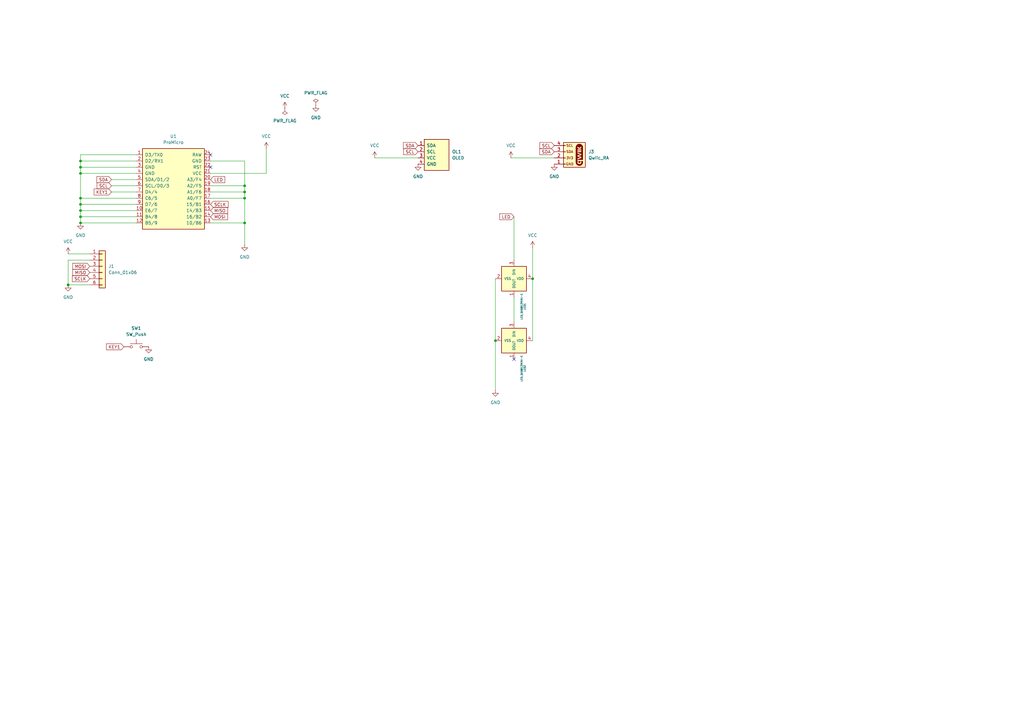
<source format=kicad_sch>
(kicad_sch (version 20250114) (generator "eeschema") (generator_version "9.0")
  (paper "A3")
  (lib_symbols
    (symbol "BrownSugar_KBD:OLED" (pin_names (offset 1.016))
      (property "Reference" "OL" (at 0 7.62 0))
      (property "Value" "OLED" (at 0 -7.62 0))
      (symbol "OLED_0_1"
        (rectangle (start -5.08 6.35) (end 5.08 -6.35) (stroke (width 0.254)) (fill (type background)))
      )
      (symbol "OLED_1_1"
        (pin bidirectional line (at -7.62 3.81 0) (length 2.54) (name "SDA") (number "1"))
        (pin bidirectional line (at -7.62 1.27 0) (length 2.54) (name "SCL") (number "2"))
        (pin power_in line (at -7.62 -1.27 0) (length 2.54) (name "VCC") (number "3"))
        (pin power_in line (at -7.62 -3.81 0) (length 2.54) (name "GND") (number "4"))
      )
    )
    (symbol "BrownSugar_KBD:ProMicro" (pin_names (offset 1.016))
      (property "Reference" "U" (at 0 17.78 0))
      (property "Value" "ProMicro" (at 0 -17.78 0))
      (symbol "ProMicro_0_1"
        (rectangle (start -12.7 16.51) (end 12.7 -16.51) (stroke (width 0.254)) (fill (type background)))
      )
      (symbol "ProMicro_1_1"
        (pin bidirectional line (at -15.24 13.97 0) (length 2.54) (name "D3/TX0") (number "1"))
        (pin bidirectional line (at -15.24 11.43 0) (length 2.54) (name "D2/RX1") (number "2"))
        (pin power_in line (at -15.24 8.89 0) (length 2.54) (name "GND") (number "3"))
        (pin power_in line (at -15.24 6.35 0) (length 2.54) (name "GND") (number "4"))
        (pin bidirectional line (at -15.24 3.81 0) (length 2.54) (name "SDA/D1/2") (number "5"))
        (pin bidirectional line (at -15.24 1.27 0) (length 2.54) (name "SCL/D0/3") (number "6"))
        (pin bidirectional line (at -15.24 -1.27 0) (length 2.54) (name "D4/4") (number "7"))
        (pin bidirectional line (at -15.24 -3.81 0) (length 2.54) (name "C6/5") (number "8"))
        (pin bidirectional line (at -15.24 -6.35 0) (length 2.54) (name "D7/6") (number "9"))
        (pin bidirectional line (at -15.24 -8.89 0) (length 2.54) (name "E6/7") (number "10"))
        (pin bidirectional line (at -15.24 -11.43 0) (length 2.54) (name "B4/8") (number "11"))
        (pin bidirectional line (at -15.24 -13.97 0) (length 2.54) (name "B5/9") (number "12"))
        (pin power_in line (at 15.24 13.97 180) (length 2.54) (name "RAW") (number "24"))
        (pin power_in line (at 15.24 11.43 180) (length 2.54) (name "GND") (number "23"))
        (pin input line (at 15.24 8.89 180) (length 2.54) (name "RST") (number "22"))
        (pin power_in line (at 15.24 6.35 180) (length 2.54) (name "VCC") (number "21"))
        (pin bidirectional line (at 15.24 3.81 180) (length 2.54) (name "A3/F4") (number "20"))
        (pin bidirectional line (at 15.24 1.27 180) (length 2.54) (name "A2/F5") (number "19"))
        (pin bidirectional line (at 15.24 -1.27 180) (length 2.54) (name "A1/F6") (number "18"))
        (pin bidirectional line (at 15.24 -3.81 180) (length 2.54) (name "A0/F7") (number "17"))
        (pin bidirectional line (at 15.24 -6.35 180) (length 2.54) (name "15/B1") (number "16"))
        (pin bidirectional line (at 15.24 -8.89 180) (length 2.54) (name "14/B3") (number "15"))
        (pin bidirectional line (at 15.24 -11.43 180) (length 2.54) (name "16/B2") (number "14"))
        (pin bidirectional line (at 15.24 -13.97 180) (length 2.54) (name "10/B6") (number "13"))
      )
    )
    (symbol "Connector_Generic:Conn_01x06" (pin_names (offset 1.016) (hide yes))
      (property "Reference" "J" (at 0 7.62 0))
      (property "Value" "Conn_01x06" (at 0 -10.16 0))
      (symbol "Conn_01x06_1_1"
        (rectangle (start -1.27 6.35) (end 1.27 -8.89) (stroke (width 0.254)) (fill (type background)))
        (rectangle (start -1.27 5.207) (end 0 4.953) (stroke (width 0.1524)))
        (rectangle (start -1.27 2.667) (end 0 2.413) (stroke (width 0.1524)))
        (rectangle (start -1.27 0.127) (end 0 -0.127) (stroke (width 0.1524)))
        (rectangle (start -1.27 -2.413) (end 0 -2.667) (stroke (width 0.1524)))
        (rectangle (start -1.27 -4.953) (end 0 -5.207) (stroke (width 0.1524)))
        (rectangle (start -1.27 -7.493) (end 0 -7.747) (stroke (width 0.1524)))
        (pin passive line (at -5.08 5.08 0) (length 3.81) (name "Pin_1") (number "1"))
        (pin passive line (at -5.08 2.54 0) (length 3.81) (name "Pin_2") (number "2"))
        (pin passive line (at -5.08 0 0) (length 3.81) (name "Pin_3") (number "3"))
        (pin passive line (at -5.08 -2.54 0) (length 3.81) (name "Pin_4") (number "4"))
        (pin passive line (at -5.08 -5.08 0) (length 3.81) (name "Pin_5") (number "5"))
        (pin passive line (at -5.08 -7.62 0) (length 3.81) (name "Pin_6") (number "6"))
      )
    )
    (symbol "Salicylic_kbd:LED_SK6812MINI-E" (pin_names (offset 1.016))
      (property "Reference" "LED" (at 5.08 -10.16 0))
      (property "Value" "LED_SK6812MINI-E" (at 8.89 -8.89 0))
      (symbol "LED_SK6812MINI-E_0_1"
        (rectangle (start -5.08 5.08) (end 5.08 -5.08) (stroke (width 0.254)) (fill (type background)))
      )
      (symbol "LED_SK6812MINI-E_1_1"
        (pin input line (at -7.62 0 0) (length 2.54) (name "DIN") (number "3"))
        (pin power_in line (at 0 7.62 270) (length 2.54) (name "VDD") (number "4"))
        (pin power_in line (at 0 -7.62 90) (length 2.54) (name "VSS") (number "2"))
        (pin output line (at 7.62 0 180) (length 2.54) (name "DOUT") (number "1"))
      )
    )
    (symbol "SparkFun-Connector:Qwiic_Right_Angle" (pin_names (offset 1.016) (hide yes))
      (property "Reference" "J" (at 0 5.08 0))
      (property "Value" "Qwiic_RA" (at 0 -7.62 0))
      (symbol "Qwiic_Right_Angle_0_0"
        (polyline (pts (xy 5.6514 -4.1459) (xy 5.6299 -4.0654) (xy 5.5924 -3.9985) (xy 5.5373 -3.9428) (xy 5.4632 -3.8962) (xy 5.4394 -3.8843) (xy 5.402 -3.8678) (xy 5.3681 -3.8578) (xy 5.3294 -3.8521) (xy 5.2774 -3.8485) (xy 5.2184 -3.8474) (xy 5.1227 -3.8564) (xy 5.0405 -3.8803) (xy 4.9695 -3.9199) (xy 4.9078 -3.9759) (xy 4.8937 -3.9923) (xy 4.8535 -4.0549) (xy 4.8308 -4.124) (xy 4.8237 -4.2048) (xy 4.8239 -4.222) (xy 4.8343 -4.3011) (xy 4.8608 -4.3692) (xy 4.9051 -4.4308) (xy 4.9328 -4.4589) (xy 5.0009 -4.509) (xy 5.0793 -4.5424) (xy 5.1699 -4.5595) (xy 5.2745 -4.5612) (xy 5.3262 -4.5564) (xy 5.4199 -4.5347) (xy 5.4992 -4.4971) (xy 5.5638 -4.444) (xy 5.6131 -4.3757) (xy 5.6467 -4.2926) (xy 5.65 -4.2788) (xy 5.656 -4.2325) (xy 5.6563 -4.1875) (xy 5.6514 -4.1459)) (stroke (width 0.01)) (fill (type outline)))
        (polyline (pts (xy 6.6693 -0.6791) (xy 6.666 1.9332) (xy 6.6418 2.0386) (xy 6.6301 2.0866) (xy 6.5791 2.2527) (xy 6.5141 2.404) (xy 6.4337 2.5432) (xy 6.3364 2.673) (xy 6.2208 2.7959) (xy 6.1699 2.8428) (xy 6.0305 2.9527) (xy 5.8839 3.0422) (xy 5.7295 3.1115) (xy 5.5668 3.1608) (xy 5.3953 3.1902) (xy 5.2146 3.1999) (xy 5.1695 3.1994) (xy 5.0056 3.1868) (xy 4.8507 3.1568) (xy 4.7006 3.1083) (xy 4.5508 3.0404) (xy 4.5104 3.0187) (xy 4.3609 2.9237) (xy 4.2262 2.8129) (xy 4.1067 2.6872) (xy 4.0032 2.5475) (xy 3.9162 2.3947) (xy 3.8466 2.2295) (xy 3.7947 2.0528) (xy 3.7931 2.0453) (xy 3.7912 2.0356) (xy 3.7895 2.0242) (xy 3.7879 2.0106) (xy 3.7864 1.9938) (xy 3.785 1.9733) (xy 3.7837 1.9481) (xy 3.7825 1.9176) (xy 3.7815 1.8811) (xy 3.7805 1.8377) (xy 3.7796 1.7868) (xy 3.7789 1.7275) (xy 3.7781 1.6592) (xy 3.7775 1.5811) (xy 3.777 1.4925) (xy 3.7765 1.3925) (xy 3.7761 1.2805) (xy 3.7757 1.1557) (xy 3.7754 1.0174) (xy 3.7751 0.8648) (xy 3.7749 0.6972) (xy 3.7748 0.5138) (xy 3.7746 0.3139) (xy 3.7745 0.0967) (xy 3.7745 -0.1385) (xy 3.7744 -0.3925) (xy 3.7744 -0.666) (xy 3.7744 -0.9597) (xy 3.7744 -1.2744) (xy 3.7744 -4.5147) (xy 3.8041 -4.6318) (xy 3.8237 -4.7026) (xy 3.8837 -4.868) (xy 3.9606 -5.0206) (xy 4.0556 -5.1623) (xy 4.1695 -5.2947) (xy 4.2945 -5.4115) (xy 4.4355 -5.5159) (xy 4.5859 -5.6007) (xy 4.7459 -5.6661) (xy 4.916 -5.7122) (xy 5.0965 -5.7394) (xy 5.2571 -5.7442) (xy 5.4226 -5.7293) (xy 5.5891 -5.6949) (xy 5.7533 -5.6416) (xy 5.8236 -5.6121) (xy 5.9729 -5.5329) (xy 6.1112 -5.4365) (xy 6.237 -5.3244) (xy 6.3494 -5.1984) (xy 6.4469 -5.0601) (xy 6.5284 -4.9112) (xy 6.5926 -4.7532) (xy 6.6384 -4.5879) (xy 6.6645 -4.4168) (xy 6.6652 -4.405) (xy 6.6664 -4.3703) (xy 6.6676 -4.3199) (xy 6.6687 -4.2572) (xy 6.6696 -4.1859) (xy 6.6703 -4.1097) (xy 6.6721 -3.846) (xy 6.2655 -3.846) (xy 5.8589 -3.846) (xy 5.9219 -3.9104) (xy 5.9349 -3.9241) (xy 6.0001 -4.0112) (xy 6.0471 -4.1097) (xy 6.0754 -4.2189) (xy 6.085 -4.338) (xy 6.0781 -4.4509) (xy 6.0523 -4.5755) (xy 6.0066 -4.6941) (xy 5.952 -4.7864) (xy 5.8765 -4.8752) (xy 5.7858 -4.9517) (xy 5.6826 -5.0132) (xy 5.6313 -5.0372) (xy 5.5644 -5.0638) (xy 5.4981 -5.0834) (xy 5.4249 -5.0981) (xy 5.3375 -5.1098) (xy 5.2452 -5.1158) (xy 5.122 -5.1113) (xy 5.0004 -5.0938) (xy 4.8864 -5.0641) (xy 4.7856 -5.0232) (xy 4.6831 -4.9619) (xy 4.5878 -4.8817) (xy 4.5089 -4.7878) (xy 4.4472 -4.6811) (xy 4.4036 -4.5627) (xy 4.4031 -4.5611) (xy 4.3912 -4.4987) (xy 4.3845 -4.4244) (xy 4.3831 -4.3446) (xy 4.3869 -4.2661) (xy 4.3957 -4.1956) (xy 4.4094 -4.1396) (xy 4.4322 -4.082) (xy 4.485 -3.9879) (xy 4.5552 -3.9031) (xy 4.6109 -3.846) (xy 4.5052 -3.846) (xy 4.3996 -3.846) (xy 4.3996 -3.5687) (xy 4.3996 -3.2914) (xy 4.405 -3.2914) (xy 4.405 -3.2023) (xy 4.4021 -2.9296) (xy 4.4018 -2.8964) (xy 4.4015 -2.8076) (xy 4.4023 -2.7393) (xy 4.4041 -2.6908) (xy 4.407 -2.6611) (xy 4.4111 -2.6495) (xy 4.4137 -2.6484) (xy 4.434 -2.6418) (xy 4.4723 -2.6298) (xy 4.5268 -2.6132) (xy 4.5954 -2.5924) (xy 4.6761 -2.5683) (xy 4.767 -2.5412) (xy 4.866 -2.5118) (xy 4.9713 -2.4808) (xy 5.0173 -2.4672) (xy 5.119 -2.4369) (xy 5.2131 -2.4086) (xy 5.2977 -2.3828) (xy 5.3709 -2.3601) (xy 5.4307 -2.3411) (xy 5.4753 -2.3264) (xy 5.5029 -2.3166) (xy 5.5114 -2.3123) (xy 5.505 -2.3098) (xy 5.4796 -2.3016) (xy 5.4371 -2.2885) (xy 5.3794 -2.2711) (xy 5.3088 -2.2502) (xy 5.2275 -2.2264) (xy 5.1375 -2.2002) (xy 5.0411 -2.1724) (xy 4.9851 -2.1562) (xy 4.8864 -2.1278) (xy 4.7926 -2.1007) (xy 4.7062 -2.0757) (xy 4.63 -2.0536) (xy 4.5666 -2.0351) (xy 4.5187 -2.0211) (xy 4.4891 -2.0123) (xy 4.3992 -1.9852) (xy 4.4021 -1.7229) (xy 4.405 -1.4606) (xy 4.5844 -1.4084) (xy 4.6163 -1.3992) (xy 4.7739 -1.3533) (xy 4.9121 -1.3131) (xy 5.0321 -1.278) (xy 5.1352 -1.2478) (xy 5.2224 -1.2221) (xy 5.2951 -1.2004) (xy 5.3545 -1.1824) (xy 5.4018 -1.1676) (xy 5.4382 -1.1558) (xy 5.465 -1.1465) (xy 5.4834 -1.1392) (xy 5.4945 -1.1338) (xy 5.4997 -1.1296) (xy 5.5001 -1.1264) (xy 5.497 -1.1238) (xy 5.4915 -1.1214) (xy 5.4896 -1.1207) (xy 5.4687 -1.114) (xy 5.4296 -1.1019) (xy 5.3743 -1.0851) (xy 5.3049 -1.0643) (xy 5.2237 -1.04) (xy 5.1326 -1.013) (xy 5.0339 -0.9838) (xy 4.9297 -0.9531) (xy 4.3996 -0.7973) (xy 4.3996 -0.533) (xy 4.3997 -0.479) (xy 4.4004 -0.4111) (xy 4.4015 -0.3532) (xy 4.4029 -0.3082) (xy 4.4047 -0.279) (xy 4.4066 -0.2687) (xy 4.409 -0.2694) (xy 4.4284 -0.2761) (xy 4.4661 -0.2895) (xy 4.5204 -0.309) (xy 4.5899 -0.3341) (xy 4.6729 -0.3642) (xy 4.7681 -0.3988) (xy 4.8737 -0.4372) (xy 4.9883 -0.479) (xy 5.1104 -0.5236) (xy 5.2384 -0.5703) (xy 6.0632 -0.872) (xy 6.0632 -0.1926) (xy 5.2314 -0.1926) (xy 4.3996 -0.1926) (xy 4.3996 0.0793) (xy 4.3996 0.3511) (xy 5.2314 0.3511) (xy 6.0632 0.3511) (xy 6.0632 0.4598) (xy 5.2314 0.4598) (xy 4.3996 0.4598) (xy 4.3996 0.7317) (xy 4.3996 1.0035) (xy 5.2314 1.0035) (xy 5.2368 1.0035) (xy 5.2368 1.1177) (xy 5.1465 1.1192) (xy 5.0667 1.1248) (xy 4.9975 1.1357) (xy 4.9332 1.1532) (xy 4.8683 1.1784) (xy 4.7971 1.2126) (xy 4.7662 1.2298) (xy 4.6808 1.2903) (xy 4.6008 1.3651) (xy 4.5314 1.4489) (xy 4.4781 1.5363) (xy 4.4686 1.5557) (xy 4.4306 1.6462) (xy 4.4052 1.7353) (xy 4.3905 1.8304) (xy 4.385 1.9386) (xy 4.3833 2.0745) (xy 4.6089 2.0775) (xy 4.8345 2.0804) (xy 4.8348 1.9959) (xy 4.8368 1.9483) (xy 4.8488 1.8858) (xy 4.8738 1.8316) (xy 4.9144 1.7788) (xy 4.9734 1.7289) (xy 5.0458 1.6921) (xy 5.1277 1.6689) (xy 5.215 1.6593) (xy 5.3038 1.6635) (xy 5.3902 1.6815) (xy 5.4702 1.7136) (xy 5.54 1.7597) (xy 5.5733 1.7923) (xy 5.6073 1.844) (xy 5.628 1.9066) (xy 5.6372 1.9843) (xy 5.6418 2.0804) (xy 5.8607 2.0775) (xy 6.0795 2.0745) (xy 6.0811 1.9712) (xy 6.0811 1.9207) (xy 6.0739 1.8134) (xy 6.0554 1.7157) (xy 6.024 1.6204) (xy 5.9781 1.5204) (xy 5.9341 1.4457) (xy 5.8571 1.3499) (xy 5.7651 1.2695) (xy 5.6591 1.2056) (xy 5.6251 1.1892) (xy 5.5646 1.1627) (xy 5.5097 1.1435) (xy 5.4549 1.1305) (xy 5.3948 1.1226) (xy 5.3239 1.1188) (xy 5.2368 1.1177) (xy 5.2368 1.0035) (xy 6.0632 1.0035) (xy 6.0632 0.7317) (xy 6.0632 0.4598) (xy 6.0632 0.3511) (xy 6.0632 0.0793) (xy 6.0632 -0.1926) (xy 6.0632 -0.872) (xy 6.0632 -1.1439) (xy 6.0632 -1.4158) (xy 5.552 -1.5728) (xy 5.5357 -1.5778) (xy 5.4361 -1.6086) (xy 5.3436 -1.6376) (xy 5.2603 -1.6641) (xy 5.1881 -1.6874) (xy 5.129 -1.707) (xy 5.0848 -1.7222) (xy 5.0575 -1.7324) (xy 5.0491 -1.7369) (xy 5.0493 -1.737) (xy 5.0624 -1.742) (xy 5.094 -1.7527) (xy 5.1423 -1.7684) (xy 5.2051 -1.7886) (xy 5.2803 -1.8124) (xy 5.3659 -1.8394) (xy 5.46 -1.8688) (xy 5.5603 -1.9) (xy 6.0632 -2.0559) (xy 6.063 -2.3284) (xy 6.0628 -2.601) (xy 5.2339 -2.9017) (xy 4.405 -3.2023) (xy 4.405 -3.2914) (xy 5.5361 -3.2914) (xy 6.6725 -3.2914) (xy 6.6693 -0.6791)) (stroke (width 0.01)) (fill (type outline)))
      )
      (symbol "Qwiic_Right_Angle_1_1"
        (rectangle (start -1.27 3.81) (end 7.62 -6.35) (stroke (width 0.254)) (fill (type background)))
        (rectangle (start -1.27 2.667) (end -0.508 2.413) (stroke (width 0.1524)))
        (rectangle (start -1.27 0.127) (end -0.508 -0.127) (stroke (width 0.1524)))
        (rectangle (start -1.27 -2.413) (end -0.508 -2.667) (stroke (width 0.1524)))
        (rectangle (start -1.27 -4.953) (end -0.508 -5.207) (stroke (width 0.1524)))
        (text "SCL" (at 1.27 2.54 0) (effects (font (size 1 1))))
        (text "SDA" (at 1.27 0 0) (effects (font (size 1 1))))
        (text "3V3" (at 1.27 -2.54 0) (effects (font (size 1 1))))
        (text "GND" (at 1.27 -5.08 0) (effects (font (size 1 1))))
        (pin passive line (at -5.08 2.54 0) (length 3.81) (name "Pin_4") (number "4"))
        (pin passive line (at -5.08 0 0) (length 3.81) (name "Pin_3") (number "3"))
        (pin passive line (at -5.08 -2.54 0) (length 3.81) (name "Pin_2") (number "2"))
        (pin passive line (at -5.08 -5.08 0) (length 3.81) (name "Pin_1") (number "1"))
        (pin no_connect line (at 5.08 3.81 270) (length 2.54) (hide yes) (name "NC") (number "NC1"))
        (pin no_connect line (at 6.35 3.81 270) (length 2.54) (hide yes) (name "NC") (number "NC2"))
      )
    )
    (symbol "Switch:SW_Push" (pin_numbers (hide yes)) (pin_names (offset 1.016) (hide yes))
      (property "Reference" "SW" (at 1.27 2.54 0))
      (property "Value" "SW_Push" (at 0 -1.524 0))
      (symbol "SW_Push_0_1"
        (circle (center -2.032 0) (radius 0.508))
        (polyline (pts (xy 0 1.27) (xy 0 3.048)))
        (circle (center 2.032 0) (radius 0.508))
        (polyline (pts (xy 2.54 1.27) (xy -2.54 1.27)))
        (pin passive line (at -5.08 0 0) (length 2.54) (name "1") (number "1"))
        (pin passive line (at 5.08 0 180) (length 2.54) (name "2") (number "2"))
      )
    )
    (symbol "power:GND" (power) (pin_numbers (hide yes)) (pin_names (offset 0) (hide yes))
      (property "Value" "GND" (at 0 -3.81 0))
      (symbol "GND_0_1"
        (polyline (pts (xy 0 0) (xy 0 -1.27) (xy 1.27 -1.27) (xy 0 -2.54) (xy -1.27 -1.27) (xy 0 -1.27)))
      )
      (symbol "GND_1_1"
        (pin power_in line (at 0 0 270) (length 0) (name "~") (number "1"))
      )
    )
    (symbol "power:PWR_FLAG" (power) (pin_numbers (hide yes)) (pin_names (offset 0) (hide yes))
      (property "Value" "PWR_FLAG" (at 0 3.81 0))
      (symbol "PWR_FLAG_0_0"
        (pin power_out line (at 0 0 90) (length 0) (name "~") (number "1"))
      )
      (symbol "PWR_FLAG_0_1"
        (polyline (pts (xy 0 0) (xy 0 1.27) (xy -1.016 1.905) (xy 0 2.54) (xy 1.016 1.905) (xy 0 1.27)))
      )
    )
    (symbol "power:VCC" (power) (pin_numbers (hide yes)) (pin_names (offset 0) (hide yes))
      (property "Value" "VCC" (at 0 3.556 0))
      (symbol "VCC_0_1"
        (polyline (pts (xy -0.762 1.27) (xy 0 2.54)))
        (polyline (pts (xy 0 2.54) (xy 0.762 1.27)))
        (polyline (pts (xy 0 0) (xy 0 2.54)))
      )
      (symbol "VCC_1_1"
        (pin power_in line (at 0 0 90) (length 0) (name "~") (number "1"))
      )
    )
  )
  (junction (at 33.02 81.28))
  (junction (at 218.44 114.3))
  (junction (at 33.02 71.12))
  (junction (at 203.2 139.7))
  (junction (at 100.33 76.2))
  (junction (at 33.02 86.36))
  (junction (at 33.02 91.44))
  (junction (at 27.94 116.84))
  (junction (at 33.02 68.58))
  (junction (at 33.02 88.9))
  (junction (at 100.33 91.44))
  (junction (at 33.02 83.82))
  (junction (at 100.33 81.28))
  (junction (at 100.33 78.74))
  (junction (at 33.02 66.04))
  (no_connect (at 210.82 147.32))
  (no_connect (at 86.36 63.5))
  (no_connect (at 86.36 68.58))
  (wire (pts (xy 86.36 78.74) (xy 100.33 78.74)))
  (wire (pts (xy 55.88 66.04) (xy 33.02 66.04)))
  (wire (pts (xy 100.33 76.2) (xy 100.33 78.74)))
  (wire (pts (xy 33.02 71.12) (xy 33.02 81.28)))
  (wire (pts (xy 100.33 66.04) (xy 100.33 76.2)))
  (wire (pts (xy 55.88 63.5) (xy 33.02 63.5)))
  (wire (pts (xy 27.94 104.14) (xy 36.83 104.14)))
  (wire (pts (xy 45.72 76.2) (xy 55.88 76.2)))
  (wire (pts (xy 86.36 66.04) (xy 100.33 66.04)))
  (wire (pts (xy 33.02 86.36) (xy 33.02 83.82)))
  (wire (pts (xy 218.44 114.3) (xy 218.44 139.7)))
  (wire (pts (xy 33.02 71.12) (xy 55.88 71.12)))
  (wire (pts (xy 86.36 76.2) (xy 100.33 76.2)))
  (wire (pts (xy 33.02 88.9) (xy 33.02 86.36)))
  (wire (pts (xy 203.2 114.3) (xy 203.2 139.7)))
  (wire (pts (xy 33.02 81.28) (xy 55.88 81.28)))
  (wire (pts (xy 210.82 88.9) (xy 210.82 106.68)))
  (wire (pts (xy 209.55 64.77) (xy 227.33 64.77)))
  (wire (pts (xy 109.22 60.96) (xy 109.22 71.12)))
  (wire (pts (xy 218.44 101.6) (xy 218.44 114.3)))
  (wire (pts (xy 27.94 116.84) (xy 36.83 116.84)))
  (wire (pts (xy 27.94 106.68) (xy 27.94 116.84)))
  (wire (pts (xy 33.02 68.58) (xy 33.02 71.12)))
  (wire (pts (xy 33.02 88.9) (xy 55.88 88.9)))
  (wire (pts (xy 203.2 139.7) (xy 203.2 160.02)))
  (wire (pts (xy 55.88 68.58) (xy 33.02 68.58)))
  (wire (pts (xy 45.72 78.74) (xy 55.88 78.74)))
  (wire (pts (xy 86.36 81.28) (xy 100.33 81.28)))
  (wire (pts (xy 153.67 64.77) (xy 171.45 64.77)))
  (wire (pts (xy 100.33 91.44) (xy 100.33 100.33)))
  (wire (pts (xy 33.02 91.44) (xy 55.88 91.44)))
  (wire (pts (xy 33.02 63.5) (xy 33.02 66.04)))
  (wire (pts (xy 100.33 78.74) (xy 100.33 81.28)))
  (wire (pts (xy 33.02 86.36) (xy 55.88 86.36)))
  (wire (pts (xy 36.83 106.68) (xy 27.94 106.68)))
  (wire (pts (xy 45.72 73.66) (xy 55.88 73.66)))
  (wire (pts (xy 86.36 91.44) (xy 100.33 91.44)))
  (wire (pts (xy 33.02 91.44) (xy 33.02 88.9)))
  (wire (pts (xy 33.02 66.04) (xy 33.02 68.58)))
  (wire (pts (xy 33.02 83.82) (xy 55.88 83.82)))
  (wire (pts (xy 33.02 81.28) (xy 33.02 83.82)))
  (wire (pts (xy 210.82 121.92) (xy 210.82 132.08)))
  (wire (pts (xy 86.36 71.12) (xy 109.22 71.12)))
  (wire (pts (xy 100.33 81.28) (xy 100.33 91.44)))
  (global_label "MOSI" (shape input) (at 36.83 109.22 180) (property "Intersheetrefs" "${INTERSHEET_REFS}" (effects (hide yes))))
  (global_label "SCLK" (shape input) (at 36.83 114.3 180) (property "Intersheetrefs" "${INTERSHEET_REFS}" (effects (hide yes))))
  (global_label "LED" (shape input) (at 86.36 73.66 0) (property "Intersheetrefs" "${INTERSHEET_REFS}" (effects (hide yes))))
  (global_label "LED" (shape input) (at 210.82 88.9 180) (property "Intersheetrefs" "${INTERSHEET_REFS}" (effects (hide yes))))
  (global_label "MISO" (shape input) (at 86.36 86.36 0) (property "Intersheetrefs" "${INTERSHEET_REFS}" (effects (hide yes))))
  (global_label "MOSI" (shape input) (at 86.36 88.9 0) (property "Intersheetrefs" "${INTERSHEET_REFS}" (effects (hide yes))))
  (global_label "SDA" (shape input) (at 171.45 59.69 180) (property "Intersheetrefs" "${INTERSHEET_REFS}" (effects (hide yes))))
  (global_label "SCL" (shape input) (at 171.45 62.23 180) (property "Intersheetrefs" "${INTERSHEET_REFS}" (effects (hide yes))))
  (global_label "SDA" (shape input) (at 227.33 62.23 180) (property "Intersheetrefs" "${INTERSHEET_REFS}" (effects (hide yes))))
  (global_label "SCL" (shape input) (at 227.33 59.69 180) (property "Intersheetrefs" "${INTERSHEET_REFS}" (effects (hide yes))))
  (global_label "KEY1" (shape input) (at 50.8 142.24 180) (property "Intersheetrefs" "${INTERSHEET_REFS}" (effects (hide yes))))
  (global_label "MISO" (shape input) (at 36.83 111.76 180) (property "Intersheetrefs" "${INTERSHEET_REFS}" (effects (hide yes))))
  (global_label "KEY1" (shape input) (at 45.72 78.74 180) (property "Intersheetrefs" "${INTERSHEET_REFS}" (effects (hide yes))))
  (global_label "SCL" (shape input) (at 45.72 76.2 180) (property "Intersheetrefs" "${INTERSHEET_REFS}" (effects (hide yes))))
  (global_label "SDA" (shape input) (at 45.72 73.66 180) (property "Intersheetrefs" "${INTERSHEET_REFS}" (effects (hide yes))))
  (global_label "SCLK" (shape input) (at 86.36 83.82 0) (property "Intersheetrefs" "${INTERSHEET_REFS}" (effects (hide yes))))
  (symbol (lib_id "Switch:SW_Push") (at 55.88 142.24 0) (mirror y) (unit 1)
    (property "Reference" "SW1" (at 55.88 134.62 0))
    (property "Value" "SW_Push" (at 55.88 137.16 0))
    (property "Footprint" "kbd_SW:CherryMX_Solder_1u" (effects (hide yes)))
    (property "Description" "Push button switch, generic, two pins" (effects (hide yes)))
  )
  (symbol (lib_id "BrownSugar_KBD:ProMicro") (at 71.12 77.47 0) (unit 1)
    (property "Reference" "U1" (at 71.12 55.88 0))
    (property "Value" "ProMicro" (at 71.12 58.42 0))
    (property "Footprint" "BrownSugar_KBD:ProMicro_r" (effects (hide yes)))
  )
  (symbol (lib_id "power:GND") (at 227.33 67.31 0) (unit 1)
    (property "Reference" "#PWR07" (effects (hide yes)))
    (property "Value" "GND" (at 227.33 72.39 0))
    (property "Description" "Power symbol creates a global label with name \"GND\" , ground" (effects (hide yes)))
  )
  (symbol (lib_id "SparkFun-Connector:Qwiic_Right_Angle") (at 232.41 62.23 0) (unit 1)
    (property "Reference" "J3" (at 241.3 62.2299 0) (effects (justify left)))
    (property "Value" "Qwiic_RA" (at 241.3 64.7699 0) (effects (justify left)))
    (property "Footprint" "SparkFun-Connector:JST_SMD_1.0mm-4_Black" (effects (hide yes)))
    (property "Datasheet" "https://www.jst-mfg.com/product/pdf/eng/eSH.pdf" (effects (hide yes)))
    (property "Description" "4 pin JST 1mm polarized connector for I2C" (effects (hide yes)))
    (property "PROD_ID" "CONN-13694" (effects (hide yes)))
  )
  (symbol (lib_id "Salicylic_kbd:LED_SK6812MINI-E") (at 210.82 114.3 270) (unit 1)
    (property "Reference" "LED1" (at 215.2335 125.73 0) (effects (font (size 0.7366 0.7366))))
    (property "Value" "LED_SK6812MINI-E" (at 213.9635 125.73 0) (effects (font (size 0.7366 0.7366))))
    (property "Footprint" "kbd_Parts:LED_SK6812MINI-E_BL" (effects (hide yes)))
  )
  (symbol (lib_id "power:GND") (at 129.54 43.18 0) (unit 1)
    (property "Reference" "#PWR06" (effects (hide yes)))
    (property "Value" "GND" (at 129.54 48.26 0))
    (property "Description" "Power symbol creates a global label with name \"GND\" , ground" (effects (hide yes)))
  )
  (symbol (lib_id "power:GND") (at 60.96 142.24 0) (unit 1)
    (property "Reference" "#PWR013" (effects (hide yes)))
    (property "Value" "GND" (at 60.96 147.32 0))
    (property "Description" "Power symbol creates a global label with name \"GND\" , ground" (effects (hide yes)))
  )
  (symbol (lib_id "power:VCC") (at 116.84 44.45 0) (unit 1)
    (property "Reference" "#PWR05" (effects (hide yes)))
    (property "Value" "VCC" (at 116.84 39.37 0))
    (property "Description" "Power symbol creates a global label with name \"VCC\"" (effects (hide yes)))
  )
  (symbol (lib_id "power:VCC") (at 109.22 60.96 0) (unit 1)
    (property "Reference" "#PWR04" (effects (hide yes)))
    (property "Value" "VCC" (at 109.22 55.88 0))
    (property "Description" "Power symbol creates a global label with name \"VCC\"" (effects (hide yes)))
  )
  (symbol (lib_id "Connector_Generic:Conn_01x06") (at 41.91 109.22 0) (unit 1)
    (property "Reference" "J1" (at 44.45 109.2199 0) (effects (justify left)))
    (property "Value" "Conn_01x06" (at 44.45 111.7599 0) (effects (justify left)))
    (property "Footprint" "Connector_PinHeader_2.54mm:PinHeader_1x06_P2.54mm_Horizontal" (effects (hide yes)))
    (property "Description" "Generic connector, single row, 01x06, script generated (kicad-library-utils/schlib/autogen/connector/)" (effects (hide yes)))
  )
  (symbol (lib_id "power:VCC") (at 27.94 104.14 0) (unit 1)
    (property "Reference" "#PWR014" (effects (hide yes)))
    (property "Value" "VCC" (at 27.94 99.06 0))
    (property "Description" "Power symbol creates a global label with name \"VCC\"" (effects (hide yes)))
  )
  (symbol (lib_id "power:PWR_FLAG") (at 116.84 44.45 180) (unit 1)
    (property "Reference" "#FLG01" (effects (hide yes)))
    (property "Value" "PWR_FLAG" (at 116.84 49.53 0))
    (property "Description" "Special symbol for telling ERC where power comes from" (effects (hide yes)))
  )
  (symbol (lib_id "power:GND") (at 171.45 67.31 0) (unit 1)
    (property "Reference" "#PWR09" (effects (hide yes)))
    (property "Value" "GND" (at 171.45 72.39 0))
    (property "Description" "Power symbol creates a global label with name \"GND\" , ground" (effects (hide yes)))
  )
  (symbol (lib_id "power:PWR_FLAG") (at 129.54 43.18 0) (unit 1)
    (property "Reference" "#FLG02" (effects (hide yes)))
    (property "Value" "PWR_FLAG" (at 129.54 38.1 0))
    (property "Description" "Special symbol for telling ERC where power comes from" (effects (hide yes)))
  )
  (symbol (lib_id "Salicylic_kbd:LED_SK6812MINI-E") (at 210.82 139.7 270) (unit 1)
    (property "Reference" "LED2" (at 215.2335 151.13 0) (effects (font (size 0.7366 0.7366))))
    (property "Value" "LED_SK6812MINI-E" (at 213.9635 151.13 0) (effects (font (size 0.7366 0.7366))))
    (property "Footprint" "kbd_Parts:LED_SK6812MINI-E_BL" (effects (hide yes)))
  )
  (symbol (lib_id "power:GND") (at 203.2 160.02 0) (unit 1)
    (property "Reference" "#PWR010" (effects (hide yes)))
    (property "Value" "GND" (at 203.2 165.1 0))
    (property "Description" "Power symbol creates a global label with name \"GND\" , ground" (effects (hide yes)))
  )
  (symbol (lib_id "power:VCC") (at 209.55 64.77 0) (unit 1)
    (property "Reference" "#PWR012" (effects (hide yes)))
    (property "Value" "VCC" (at 209.55 59.69 0))
    (property "Description" "Power symbol creates a global label with name \"VCC\"" (effects (hide yes)))
  )
  (symbol (lib_id "power:GND") (at 27.94 116.84 0) (unit 1)
    (property "Reference" "#PWR01" (effects (hide yes)))
    (property "Value" "GND" (at 27.94 121.92 0))
    (property "Description" "Power symbol creates a global label with name \"GND\" , ground" (effects (hide yes)))
  )
  (symbol (lib_id "power:VCC") (at 218.44 101.6 0) (unit 1)
    (property "Reference" "#PWR011" (effects (hide yes)))
    (property "Value" "VCC" (at 218.44 96.52 0))
    (property "Description" "Power symbol creates a global label with name \"VCC\"" (effects (hide yes)))
  )
  (symbol (lib_id "power:GND") (at 100.33 100.33 0) (unit 1)
    (property "Reference" "#PWR02" (effects (hide yes)))
    (property "Value" "GND" (at 100.33 105.41 0))
    (property "Description" "Power symbol creates a global label with name \"GND\" , ground" (effects (hide yes)))
  )
  (symbol (lib_id "BrownSugar_KBD:OLED") (at 179.07 63.5 0) (unit 1)
    (property "Reference" "OL1" (at 185.42 62.2299 0) (effects (justify left)))
    (property "Value" "OLED" (at 185.42 64.7699 0) (effects (justify left)))
    (property "Footprint" "BrownSugar_KBD:OLED_center_display" (effects (hide yes)))
  )
  (symbol (lib_id "power:VCC") (at 153.67 64.77 0) (unit 1)
    (property "Reference" "#PWR08" (effects (hide yes)))
    (property "Value" "VCC" (at 153.67 59.69 0))
    (property "Description" "Power symbol creates a global label with name \"VCC\"" (effects (hide yes)))
  )
  (symbol (lib_id "power:GND") (at 33.02 91.44 0) (unit 1)
    (property "Reference" "#PWR03" (effects (hide yes)))
    (property "Value" "GND" (at 33.02 96.52 0))
    (property "Description" "Power symbol creates a global label with name \"GND\" , ground" (effects (hide yes)))
  )
)
</source>
